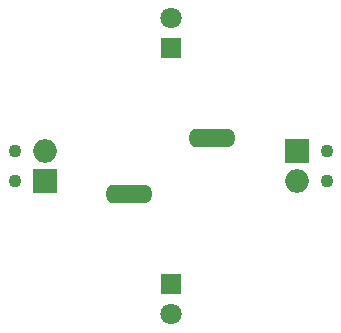
<source format=gbr>
%TF.GenerationSoftware,KiCad,Pcbnew,(5.1.10)-1*%
%TF.CreationDate,2021-07-05T16:14:48-04:00*%
%TF.ProjectId,button_mount,62757474-6f6e-45f6-9d6f-756e742e6b69,rev?*%
%TF.SameCoordinates,Original*%
%TF.FileFunction,Soldermask,Top*%
%TF.FilePolarity,Negative*%
%FSLAX46Y46*%
G04 Gerber Fmt 4.6, Leading zero omitted, Abs format (unit mm)*
G04 Created by KiCad (PCBNEW (5.1.10)-1) date 2021-07-05 16:14:48*
%MOMM*%
%LPD*%
G01*
G04 APERTURE LIST*
%ADD10O,1.998980X1.998980*%
%ADD11R,1.998980X1.998980*%
%ADD12C,1.100000*%
%ADD13O,4.000000X1.600000*%
%ADD14R,1.800000X1.800000*%
%ADD15C,1.800000*%
G04 APERTURE END LIST*
D10*
%TO.C,J2*%
X128524000Y-90170000D03*
D11*
X128524000Y-87630000D03*
D12*
X131064000Y-87630000D03*
X131064000Y-90170000D03*
%TD*%
D13*
%TO.C,SW1*%
X114356000Y-91281250D03*
X121356000Y-86518750D03*
%TD*%
D10*
%TO.C,J1*%
X107188000Y-87630000D03*
D11*
X107188000Y-90170000D03*
D12*
X104648000Y-90170000D03*
X104648000Y-87630000D03*
%TD*%
D14*
%TO.C,D3*%
X117856000Y-98907600D03*
D15*
X117856000Y-101447600D03*
%TD*%
D14*
%TO.C,D2*%
X117856000Y-78892400D03*
D15*
X117856000Y-76352400D03*
%TD*%
M02*

</source>
